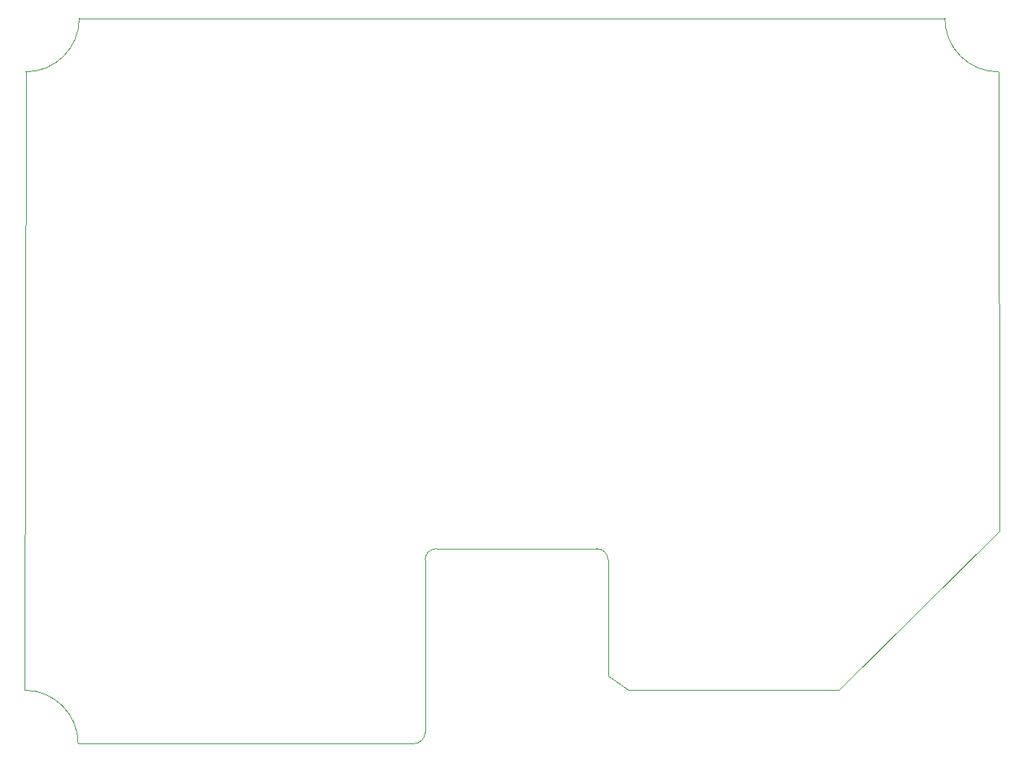
<source format=gbr>
G04 #@! TF.GenerationSoftware,KiCad,Pcbnew,(5.1.9-0-10_14)*
G04 #@! TF.CreationDate,2021-02-25T22:57:31+01:00*
G04 #@! TF.ProjectId,sansamp-gt-2,73616e73-616d-4702-9d67-742d322e6b69,rev?*
G04 #@! TF.SameCoordinates,Original*
G04 #@! TF.FileFunction,Profile,NP*
%FSLAX46Y46*%
G04 Gerber Fmt 4.6, Leading zero omitted, Abs format (unit mm)*
G04 Created by KiCad (PCBNEW (5.1.9-0-10_14)) date 2021-02-25 22:57:31*
%MOMM*%
%LPD*%
G01*
G04 APERTURE LIST*
G04 #@! TA.AperFunction,Profile*
%ADD10C,0.050000*%
G04 #@! TD*
G04 APERTURE END LIST*
D10*
X172339000Y-116078000D02*
X154051000Y-134239000D01*
X127762000Y-132588000D02*
X130048000Y-134239000D01*
X154051000Y-134239000D02*
X130048000Y-134239000D01*
X61341000Y-134239000D02*
G75*
G02*
X67437000Y-140335000I0J-6096000D01*
G01*
X67564000Y-57658000D02*
G75*
G02*
X61468000Y-63754000I-6096000J0D01*
G01*
X172212000Y-63754000D02*
G75*
G02*
X166116000Y-57658000I0J6096000D01*
G01*
X172339000Y-116078000D02*
X172212000Y-63754000D01*
X127762000Y-119380000D02*
X127762000Y-132588000D01*
X126492000Y-118110000D02*
G75*
G02*
X127762000Y-119380000I0J-1270000D01*
G01*
X108204000Y-118110000D02*
X126492000Y-118110000D01*
X106934000Y-119380000D02*
G75*
G02*
X108204000Y-118110000I1270000J0D01*
G01*
X106934000Y-139065000D02*
X106934000Y-119380000D01*
X106934000Y-139065000D02*
G75*
G02*
X105664000Y-140335000I-1270000J0D01*
G01*
X67437000Y-140335000D02*
X105664000Y-140335000D01*
X61468000Y-63754000D02*
X61341000Y-134239000D01*
X166116000Y-57658000D02*
X67564000Y-57658000D01*
M02*

</source>
